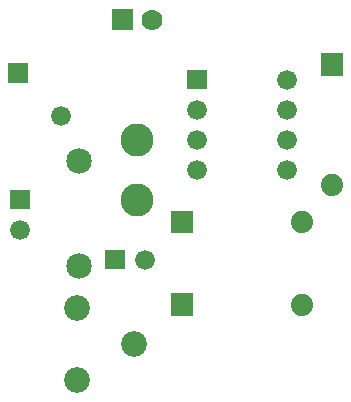
<source format=gts>
G04 start of page 7 for group -4063 idx -4063 *
G04 Title: (unknown), componentmask *
G04 Creator: pcb 20110918 *
G04 CreationDate: Tue 15 Sep 2015 23:51:39 GMT UTC *
G04 For: ksarkies *
G04 Format: Gerber/RS-274X *
G04 PCB-Dimensions: 130000 160000 *
G04 PCB-Coordinate-Origin: lower left *
%MOIN*%
%FSLAX25Y25*%
%LNTOPMASK*%
%ADD69C,0.0740*%
%ADD68C,0.0850*%
%ADD67C,0.0860*%
%ADD66C,0.0660*%
%ADD65C,0.1100*%
%ADD64C,0.0700*%
%ADD63C,0.0001*%
G54D63*G36*
X46500Y153500D02*Y146500D01*
X53500D01*
Y153500D01*
X46500D01*
G37*
G54D64*X60000Y150000D03*
G54D65*X55000Y110000D03*
G54D63*G36*
X71700Y133300D02*Y126700D01*
X78300D01*
Y133300D01*
X71700D01*
G37*
G54D66*X75000Y120000D03*
Y110000D03*
Y100000D03*
G54D63*G36*
X66300Y86200D02*Y78800D01*
X73700D01*
Y86200D01*
X66300D01*
G37*
G36*
X44200Y73300D02*Y66700D01*
X50800D01*
Y73300D01*
X44200D01*
G37*
G54D66*X57500Y70000D03*
G54D67*X35000Y54000D03*
X54000Y41900D03*
X35000Y30000D03*
G54D68*X35600Y67900D03*
G54D65*X55000Y90000D03*
G54D63*G36*
X12068Y135410D02*Y128810D01*
X18668D01*
Y135410D01*
X12068D01*
G37*
G36*
X12600Y93300D02*Y86700D01*
X19200D01*
Y93300D01*
X12600D01*
G37*
G54D66*X15900Y80000D03*
X29510Y117968D03*
G54D68*X35600Y102900D03*
G54D63*G36*
X66300Y58700D02*Y51300D01*
X73700D01*
Y58700D01*
X66300D01*
G37*
G54D66*X105000Y100000D03*
Y110000D03*
Y120000D03*
G54D69*X120000Y95000D03*
X110000Y55000D03*
Y82500D03*
G54D66*X105000Y130000D03*
G54D63*G36*
X116300Y138700D02*Y131300D01*
X123700D01*
Y138700D01*
X116300D01*
G37*
M02*

</source>
